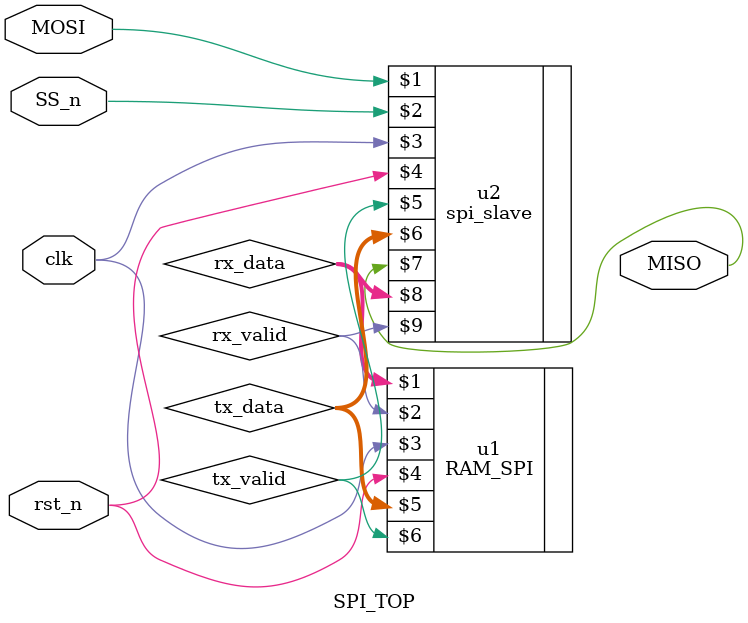
<source format=v>
module SPI_TOP(
    MOSI,MISO,SS_n,clk,rst_n
);
    input MOSI,SS_n,clk,rst_n;
    output MISO;

    wire [9:0] rx_data;
    wire rx_valid,tx_valid;
    wire [7:0] tx_data;

    spi_slave u2 (MOSI,SS_n,clk,rst_n,tx_valid,tx_data,MISO,rx_data,rx_valid);
    RAM_SPI u1 (rx_data, rx_valid, clk, rst_n, tx_data, tx_valid);

endmodule
</source>
